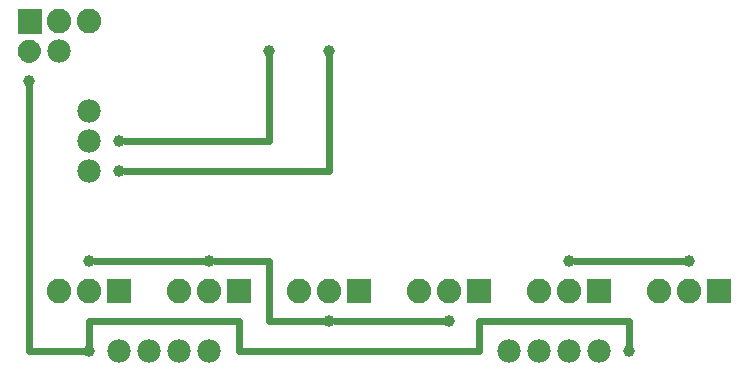
<source format=gtl>
G04 MADE WITH FRITZING*
G04 WWW.FRITZING.ORG*
G04 DOUBLE SIDED*
G04 HOLES PLATED*
G04 CONTOUR ON CENTER OF CONTOUR VECTOR*
%ASAXBY*%
%FSLAX23Y23*%
%MOIN*%
%OFA0B0*%
%SFA1.0B1.0*%
%ADD10C,0.039370*%
%ADD11C,0.082000*%
%ADD12C,0.078000*%
%ADD13C,0.048000*%
%ADD14C,0.052000*%
%ADD15R,0.082000X0.082000*%
%ADD16C,0.024000*%
%ADD17R,0.001000X0.001000*%
%LNCOPPER1*%
G90*
G70*
G54D10*
X1838Y360D03*
X2238Y360D03*
X1438Y160D03*
X1038Y160D03*
X638Y360D03*
X238Y360D03*
X238Y60D03*
X2038Y60D03*
G54D11*
X338Y260D03*
X238Y260D03*
X138Y260D03*
X738Y260D03*
X638Y260D03*
X538Y260D03*
X1138Y260D03*
X1038Y260D03*
X938Y260D03*
X2338Y260D03*
X2238Y260D03*
X2138Y260D03*
X1938Y260D03*
X1838Y260D03*
X1738Y260D03*
X1538Y260D03*
X1438Y260D03*
X1338Y260D03*
G54D12*
X238Y860D03*
X238Y760D03*
X238Y660D03*
X338Y60D03*
X438Y60D03*
X538Y60D03*
X638Y60D03*
X1638Y60D03*
X1738Y60D03*
X1838Y60D03*
X1938Y60D03*
G54D13*
X38Y1060D03*
G54D12*
X138Y1060D03*
G54D14*
X38Y1160D03*
G54D11*
X138Y1160D03*
X238Y1160D03*
G54D10*
X38Y960D03*
X338Y660D03*
X1038Y1060D03*
X838Y1060D03*
X338Y760D03*
G54D15*
X338Y260D03*
X738Y260D03*
X1138Y260D03*
X2338Y260D03*
X1938Y260D03*
X1538Y260D03*
G54D16*
X838Y361D02*
X838Y160D01*
D02*
X838Y160D02*
X1019Y160D01*
D02*
X1857Y360D02*
X2219Y360D01*
D02*
X1057Y160D02*
X1419Y160D01*
D02*
X657Y360D02*
X838Y361D01*
D02*
X257Y360D02*
X619Y360D01*
D02*
X737Y160D02*
X238Y160D01*
D02*
X238Y160D02*
X238Y79D01*
D02*
X737Y60D02*
X737Y160D01*
D02*
X1538Y160D02*
X1538Y60D01*
D02*
X2038Y79D02*
X2037Y160D01*
D02*
X2037Y160D02*
X1538Y160D01*
D02*
X1538Y60D02*
X737Y60D01*
D02*
X37Y60D02*
X219Y60D01*
D02*
X38Y941D02*
X37Y60D01*
D02*
X357Y660D02*
X1038Y661D01*
D02*
X1038Y661D02*
X1038Y1041D01*
D02*
X838Y760D02*
X838Y1041D01*
D02*
X357Y760D02*
X838Y760D01*
G54D17*
X0Y1201D02*
X78Y1201D01*
X0Y1200D02*
X78Y1200D01*
X0Y1199D02*
X78Y1199D01*
X0Y1198D02*
X78Y1198D01*
X0Y1197D02*
X78Y1197D01*
X0Y1196D02*
X78Y1196D01*
X0Y1195D02*
X78Y1195D01*
X0Y1194D02*
X78Y1194D01*
X0Y1193D02*
X78Y1193D01*
X0Y1192D02*
X78Y1192D01*
X0Y1191D02*
X78Y1191D01*
X0Y1190D02*
X78Y1190D01*
X0Y1189D02*
X78Y1189D01*
X0Y1188D02*
X78Y1188D01*
X0Y1187D02*
X78Y1187D01*
X0Y1186D02*
X78Y1186D01*
X0Y1185D02*
X78Y1185D01*
X0Y1184D02*
X78Y1184D01*
X0Y1183D02*
X78Y1183D01*
X0Y1182D02*
X78Y1182D01*
X0Y1181D02*
X33Y1181D01*
X42Y1181D02*
X78Y1181D01*
X0Y1180D02*
X29Y1180D01*
X46Y1180D02*
X78Y1180D01*
X0Y1179D02*
X26Y1179D01*
X49Y1179D02*
X78Y1179D01*
X0Y1178D02*
X25Y1178D01*
X51Y1178D02*
X78Y1178D01*
X0Y1177D02*
X23Y1177D01*
X52Y1177D02*
X78Y1177D01*
X0Y1176D02*
X22Y1176D01*
X53Y1176D02*
X78Y1176D01*
X0Y1175D02*
X21Y1175D01*
X54Y1175D02*
X78Y1175D01*
X0Y1174D02*
X20Y1174D01*
X55Y1174D02*
X78Y1174D01*
X0Y1173D02*
X20Y1173D01*
X56Y1173D02*
X78Y1173D01*
X0Y1172D02*
X19Y1172D01*
X56Y1172D02*
X78Y1172D01*
X0Y1171D02*
X18Y1171D01*
X57Y1171D02*
X78Y1171D01*
X0Y1170D02*
X18Y1170D01*
X57Y1170D02*
X78Y1170D01*
X0Y1169D02*
X17Y1169D01*
X58Y1169D02*
X78Y1169D01*
X0Y1168D02*
X17Y1168D01*
X58Y1168D02*
X78Y1168D01*
X0Y1167D02*
X17Y1167D01*
X58Y1167D02*
X78Y1167D01*
X0Y1166D02*
X17Y1166D01*
X58Y1166D02*
X78Y1166D01*
X0Y1165D02*
X16Y1165D01*
X59Y1165D02*
X78Y1165D01*
X0Y1164D02*
X16Y1164D01*
X59Y1164D02*
X78Y1164D01*
X0Y1163D02*
X16Y1163D01*
X59Y1163D02*
X78Y1163D01*
X0Y1162D02*
X16Y1162D01*
X59Y1162D02*
X78Y1162D01*
X0Y1161D02*
X16Y1161D01*
X59Y1161D02*
X78Y1161D01*
X0Y1160D02*
X16Y1160D01*
X59Y1160D02*
X78Y1160D01*
X0Y1159D02*
X16Y1159D01*
X59Y1159D02*
X78Y1159D01*
X0Y1158D02*
X16Y1158D01*
X59Y1158D02*
X78Y1158D01*
X0Y1157D02*
X16Y1157D01*
X59Y1157D02*
X78Y1157D01*
X0Y1156D02*
X16Y1156D01*
X59Y1156D02*
X78Y1156D01*
X0Y1155D02*
X17Y1155D01*
X58Y1155D02*
X78Y1155D01*
X0Y1154D02*
X17Y1154D01*
X58Y1154D02*
X78Y1154D01*
X0Y1153D02*
X17Y1153D01*
X58Y1153D02*
X78Y1153D01*
X0Y1152D02*
X17Y1152D01*
X58Y1152D02*
X78Y1152D01*
X0Y1151D02*
X18Y1151D01*
X57Y1151D02*
X78Y1151D01*
X0Y1150D02*
X18Y1150D01*
X57Y1150D02*
X78Y1150D01*
X0Y1149D02*
X19Y1149D01*
X56Y1149D02*
X78Y1149D01*
X0Y1148D02*
X19Y1148D01*
X56Y1148D02*
X78Y1148D01*
X0Y1147D02*
X20Y1147D01*
X55Y1147D02*
X78Y1147D01*
X0Y1146D02*
X21Y1146D01*
X54Y1146D02*
X78Y1146D01*
X0Y1145D02*
X22Y1145D01*
X53Y1145D02*
X78Y1145D01*
X0Y1144D02*
X23Y1144D01*
X52Y1144D02*
X78Y1144D01*
X0Y1143D02*
X24Y1143D01*
X51Y1143D02*
X78Y1143D01*
X0Y1142D02*
X26Y1142D01*
X49Y1142D02*
X78Y1142D01*
X0Y1141D02*
X28Y1141D01*
X47Y1141D02*
X78Y1141D01*
X0Y1140D02*
X31Y1140D01*
X44Y1140D02*
X78Y1140D01*
X0Y1139D02*
X78Y1139D01*
X0Y1138D02*
X78Y1138D01*
X0Y1137D02*
X78Y1137D01*
X0Y1136D02*
X78Y1136D01*
X0Y1135D02*
X78Y1135D01*
X0Y1134D02*
X78Y1134D01*
X0Y1133D02*
X78Y1133D01*
X0Y1132D02*
X78Y1132D01*
X0Y1131D02*
X78Y1131D01*
X0Y1130D02*
X78Y1130D01*
X0Y1129D02*
X78Y1129D01*
X0Y1128D02*
X78Y1128D01*
X0Y1127D02*
X78Y1127D01*
X0Y1126D02*
X78Y1126D01*
X0Y1125D02*
X78Y1125D01*
X0Y1124D02*
X78Y1124D01*
X0Y1123D02*
X78Y1123D01*
X0Y1122D02*
X78Y1122D01*
X0Y1121D02*
X78Y1121D01*
X0Y1120D02*
X78Y1120D01*
X33Y1099D02*
X42Y1099D01*
X29Y1098D02*
X46Y1098D01*
X26Y1097D02*
X49Y1097D01*
X23Y1096D02*
X52Y1096D01*
X21Y1095D02*
X54Y1095D01*
X19Y1094D02*
X56Y1094D01*
X18Y1093D02*
X57Y1093D01*
X16Y1092D02*
X59Y1092D01*
X15Y1091D02*
X60Y1091D01*
X14Y1090D02*
X61Y1090D01*
X13Y1089D02*
X62Y1089D01*
X12Y1088D02*
X63Y1088D01*
X11Y1087D02*
X64Y1087D01*
X10Y1086D02*
X65Y1086D01*
X9Y1085D02*
X66Y1085D01*
X8Y1084D02*
X67Y1084D01*
X7Y1083D02*
X68Y1083D01*
X6Y1082D02*
X69Y1082D01*
X6Y1081D02*
X69Y1081D01*
X5Y1080D02*
X70Y1080D01*
X4Y1079D02*
X33Y1079D01*
X42Y1079D02*
X71Y1079D01*
X4Y1078D02*
X29Y1078D01*
X46Y1078D02*
X71Y1078D01*
X3Y1077D02*
X27Y1077D01*
X48Y1077D02*
X72Y1077D01*
X3Y1076D02*
X25Y1076D01*
X50Y1076D02*
X72Y1076D01*
X2Y1075D02*
X24Y1075D01*
X51Y1075D02*
X73Y1075D01*
X2Y1074D02*
X23Y1074D01*
X52Y1074D02*
X73Y1074D01*
X2Y1073D02*
X22Y1073D01*
X53Y1073D02*
X74Y1073D01*
X1Y1072D02*
X21Y1072D01*
X54Y1072D02*
X74Y1072D01*
X1Y1071D02*
X21Y1071D01*
X54Y1071D02*
X74Y1071D01*
X1Y1070D02*
X20Y1070D01*
X55Y1070D02*
X75Y1070D01*
X0Y1069D02*
X20Y1069D01*
X55Y1069D02*
X75Y1069D01*
X0Y1068D02*
X19Y1068D01*
X56Y1068D02*
X75Y1068D01*
X0Y1067D02*
X19Y1067D01*
X56Y1067D02*
X75Y1067D01*
X0Y1066D02*
X19Y1066D01*
X56Y1066D02*
X75Y1066D01*
X0Y1065D02*
X18Y1065D01*
X57Y1065D02*
X76Y1065D01*
X0Y1064D02*
X18Y1064D01*
X57Y1064D02*
X76Y1064D01*
X0Y1063D02*
X18Y1063D01*
X57Y1063D02*
X76Y1063D01*
X0Y1062D02*
X18Y1062D01*
X57Y1062D02*
X76Y1062D01*
X0Y1061D02*
X18Y1061D01*
X57Y1061D02*
X76Y1061D01*
X0Y1060D02*
X18Y1060D01*
X57Y1060D02*
X76Y1060D01*
X0Y1059D02*
X18Y1059D01*
X57Y1059D02*
X76Y1059D01*
X0Y1058D02*
X18Y1058D01*
X57Y1058D02*
X76Y1058D01*
X0Y1057D02*
X18Y1057D01*
X57Y1057D02*
X76Y1057D01*
X0Y1056D02*
X18Y1056D01*
X57Y1056D02*
X76Y1056D01*
X0Y1055D02*
X19Y1055D01*
X56Y1055D02*
X76Y1055D01*
X0Y1054D02*
X19Y1054D01*
X56Y1054D02*
X75Y1054D01*
X0Y1053D02*
X19Y1053D01*
X56Y1053D02*
X75Y1053D01*
X0Y1052D02*
X20Y1052D01*
X56Y1052D02*
X75Y1052D01*
X0Y1051D02*
X20Y1051D01*
X55Y1051D02*
X75Y1051D01*
X1Y1050D02*
X21Y1050D01*
X55Y1050D02*
X74Y1050D01*
X1Y1049D02*
X21Y1049D01*
X54Y1049D02*
X74Y1049D01*
X1Y1048D02*
X22Y1048D01*
X53Y1048D02*
X74Y1048D01*
X2Y1047D02*
X23Y1047D01*
X52Y1047D02*
X73Y1047D01*
X2Y1046D02*
X24Y1046D01*
X51Y1046D02*
X73Y1046D01*
X3Y1045D02*
X25Y1045D01*
X50Y1045D02*
X72Y1045D01*
X3Y1044D02*
X26Y1044D01*
X49Y1044D02*
X72Y1044D01*
X4Y1043D02*
X28Y1043D01*
X47Y1043D02*
X71Y1043D01*
X4Y1042D02*
X32Y1042D01*
X43Y1042D02*
X71Y1042D01*
X5Y1041D02*
X70Y1041D01*
X6Y1040D02*
X70Y1040D01*
X6Y1039D02*
X69Y1039D01*
X7Y1038D02*
X68Y1038D01*
X8Y1037D02*
X67Y1037D01*
X9Y1036D02*
X67Y1036D01*
X9Y1035D02*
X66Y1035D01*
X10Y1034D02*
X65Y1034D01*
X11Y1033D02*
X64Y1033D01*
X12Y1032D02*
X63Y1032D01*
X14Y1031D02*
X62Y1031D01*
X15Y1030D02*
X60Y1030D01*
X16Y1029D02*
X59Y1029D01*
X18Y1028D02*
X58Y1028D01*
X19Y1027D02*
X56Y1027D01*
X21Y1026D02*
X54Y1026D01*
X23Y1025D02*
X52Y1025D01*
X25Y1024D02*
X50Y1024D01*
X28Y1023D02*
X47Y1023D01*
X32Y1022D02*
X43Y1022D01*
D02*
G04 End of Copper1*
M02*
</source>
